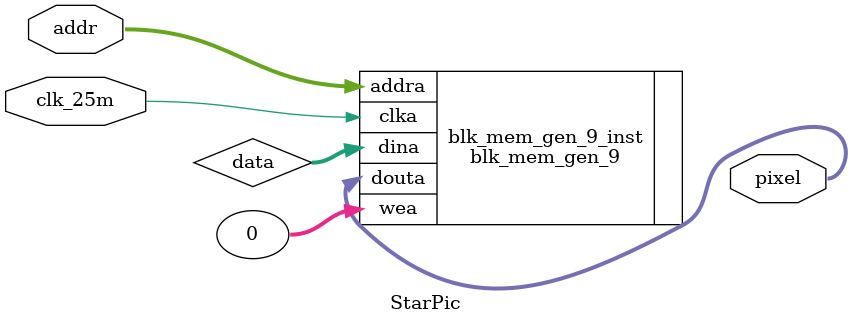
<source format=v>
module StarPic(clk_25m, addr, pixel);
	input clk_25m;
	input [16:0]addr;
	output [11:0]pixel;
	wire [11:0] data;
	
	blk_mem_gen_9 blk_mem_gen_9_inst(
      .clka(clk_25m),
      .wea(0),
      .addra(addr),
      .dina(data[11:0]),
      .douta(pixel)
    ); 
endmodule
</source>
